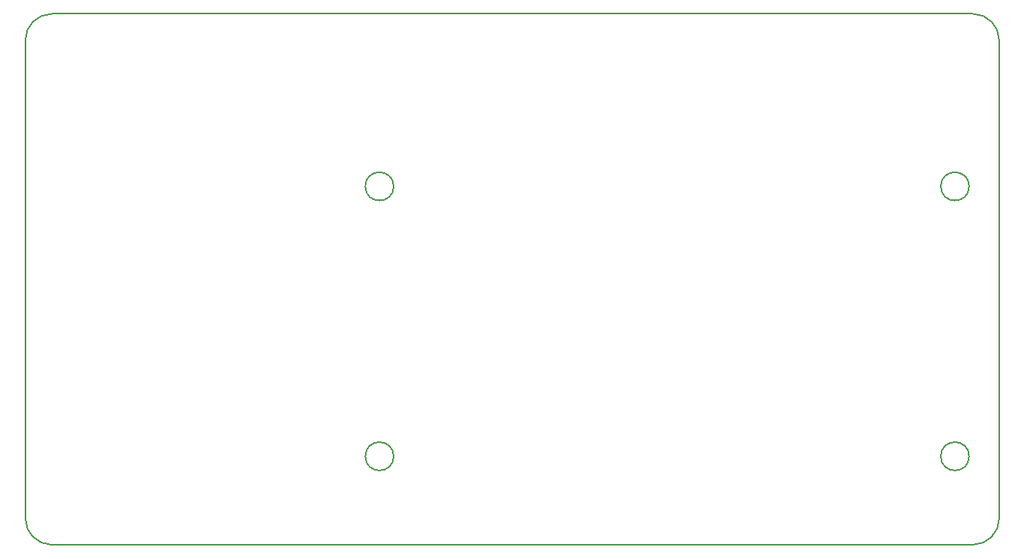
<source format=gbr>
%TF.GenerationSoftware,KiCad,Pcbnew,(6.0.11)*%
%TF.CreationDate,2024-02-10T16:45:13+09:00*%
%TF.ProjectId,LargeMD,4c617267-654d-4442-9e6b-696361645f70,rev?*%
%TF.SameCoordinates,Original*%
%TF.FileFunction,Profile,NP*%
%FSLAX46Y46*%
G04 Gerber Fmt 4.6, Leading zero omitted, Abs format (unit mm)*
G04 Created by KiCad (PCBNEW (6.0.11)) date 2024-02-10 16:45:13*
%MOMM*%
%LPD*%
G01*
G04 APERTURE LIST*
%TA.AperFunction,Profile*%
%ADD10C,0.200000*%
%TD*%
G04 APERTURE END LIST*
D10*
X45501320Y-35151320D02*
G75*
G03*
X42501320Y-38151320I0J-3000000D01*
G01*
X149501320Y-95151320D02*
G75*
G03*
X152501320Y-92151320I-20J3000020D01*
G01*
X152501280Y-38151320D02*
G75*
G03*
X149501320Y-35151320I-2999980J20D01*
G01*
X84101320Y-85151320D02*
G75*
G03*
X84101320Y-85151320I-1600000J0D01*
G01*
X149101320Y-54651320D02*
G75*
G03*
X149101320Y-54651320I-1600000J0D01*
G01*
X42501280Y-92151320D02*
G75*
G03*
X45501320Y-95151320I3000020J20D01*
G01*
X42501320Y-38151320D02*
X42501320Y-92151320D01*
X152501320Y-92151320D02*
X152501320Y-38151320D01*
X84101320Y-54651320D02*
G75*
G03*
X84101320Y-54651320I-1600000J0D01*
G01*
X45501320Y-95151320D02*
X149501320Y-95151320D01*
X149101320Y-85151320D02*
G75*
G03*
X149101320Y-85151320I-1600000J0D01*
G01*
X149501320Y-35151320D02*
X45501320Y-35151320D01*
M02*

</source>
